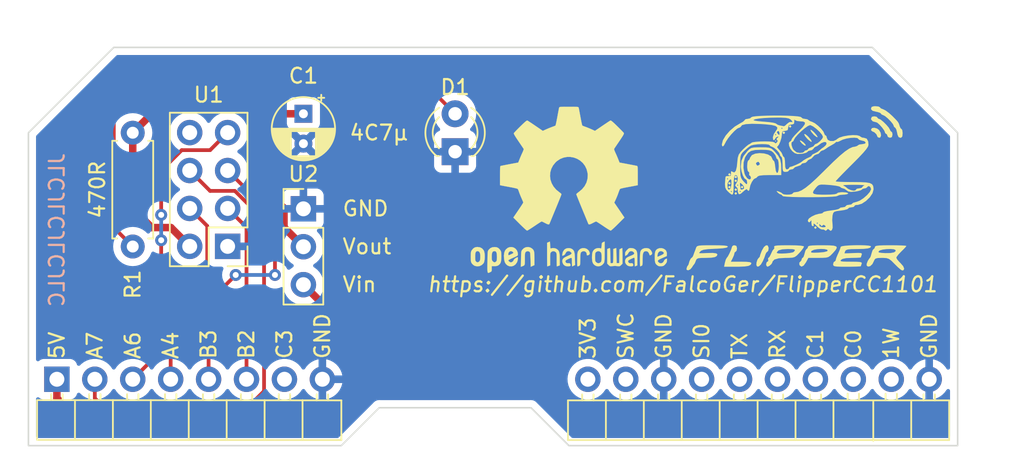
<source format=kicad_pcb>
(kicad_pcb (version 20211014) (generator pcbnew)
  (layers (0 "F.Cu" signal) (31 "B.Cu" signal) (34 "B.Paste" user) (35 "F.Paste" user) (36 "B.SilkS" user "B.Silkscreen") (37 "F.SilkS" user "F.Silkscreen") (38 "B.Mask" user) (39 "F.Mask" user) (44 "Edge.Cuts" user))
  (net 0 "")
  (net 1 "Net-(D1-Pad2)")
  (net 2 "/5V")
  (net 12 "/MOSI")
  (net 13 "/MISO")
  (net 14 "/CSN")
  (net 15 "/GDO0")
  (net 16 "/GND")
  (net 17 "/3V3")
  (net 18 "/SCK")
  (footprint "Symbol:OSHW-Logo2_14.6x12mm_SilkScreen" (layer "F.Cu") (at 130.81 88.9)
    (fp_text reference "REF**" hide)
    (fp_text value "OSHW-Logo2_14.6x12mm_SilkScreen" hide)
  )
  (footprint "Flipper:FlipperGPIO" (layer "F.Cu") (at 114.3 101.6)
    (fp_text reference "J1")
    (fp_text value "FlipperGPIO")
    (fp_text user "C1" (at 33.02 -1.27 90 unlocked) (layer "F.SilkS") (effects (justify left)))
    (fp_text user "C0" (at 35.56 -1.27 90 unlocked) (layer "F.SilkS") (effects (justify left)))
    (fp_text user "GND" (at 40.64 -1.27 90 unlocked) (layer "F.SilkS") (effects (justify left)))
    (fp_text user "A4" (at -10.16 -1.27 90 unlocked) (layer "F.SilkS") (effects (justify left)))
    (fp_text user "SI0" (at 25.4 -1.27 90 unlocked) (layer "F.SilkS") (effects (justify left)))
    (fp_text user "3V3" (at 17.78 -1.27 90 unlocked) (layer "F.SilkS") (effects (justify left)))
    (fp_text user "B2" (at -5.08 -1.27 90 unlocked) (layer "F.SilkS") (effects (justify left)))
    (fp_text user "SWC" (at 20.32 -1.27 90 unlocked) (layer "F.SilkS") (effects (justify left)))
    (fp_text user "A7" (at -15.24 -1.27 90 unlocked) (layer "F.SilkS") (effects (justify left)))
    (fp_text user "GND" (at 0 -1.27 90 unlocked) (layer "F.SilkS") (effects (justify left)))
    (fp_text user "TX" (at 27.94 -1.27 90 unlocked) (layer "F.SilkS") (effects (justify left)))
    (fp_text user "C3" (at -2.54 -1.27 90 unlocked) (layer "F.SilkS") (effects (justify left)))
    (fp_text user "RX" (at 30.48 -1.27 90 unlocked) (layer "F.SilkS") (effects (justify left)))
    (fp_text user "GND" (at 22.86 -1.27 90 unlocked) (layer "F.SilkS") (effects (justify left)))
    (fp_text user "A6" (at -12.7 -1.27 90 unlocked) (layer "F.SilkS") (effects (justify left)))
    (fp_text user "5V" (at -17.78 -1.27 90 unlocked) (layer "F.SilkS") (effects (justify left)))
    (fp_text user "B3" (at -7.62 -1.27 90 unlocked) (layer "F.SilkS") (effects (justify left)))
    (fp_text user "1W" (at 38.1 -1.27 90 unlocked) (layer "F.SilkS") (effects (justify left)))
    (pad "1" thru_hole rect (at -17.78 0 90) (size 1.7 1.7) (drill 1) (layers *.Cu *.Mask) (net 2 "/5V"))
    (pad "2" thru_hole oval (at -15.24 0 90) (size 1.7 1.7) (drill 1) (layers *.Cu *.Mask) (net 12 "/MOSI"))
    (pad "3" thru_hole oval (at -12.7 0 90) (size 1.7 1.7) (drill 1) (layers *.Cu *.Mask) (net 13 "/MISO"))
    (pad "4" thru_hole oval (at -10.16 0 90) (size 1.7 1.7) (drill 1) (layers *.Cu *.Mask) (net 14 "/CSN"))
    (pad "5" thru_hole oval (at -7.62 0 90) (size 1.7 1.7) (drill 1) (layers *.Cu *.Mask) (net 18 "/SCK"))
    (pad "6" thru_hole oval (at -5.08 0 90) (size 1.7 1.7) (drill 1) (layers *.Cu *.Mask) (net 15 "/GDO0"))
    (pad "7" thru_hole oval (at -2.54 0 90) (size 1.7 1.7) (drill 1) (layers *.Cu *.Mask))
    (pad "8" thru_hole oval (at 0 0 90) (size 1.7 1.7) (drill 1) (layers *.Cu *.Mask) (net 16 "/GND"))
    (pad "9" thru_hole circle (at 17.78 0 90) (size 1.7 1.7) (drill 1) (layers *.Cu *.Mask))
    (pad "10" thru_hole oval (at 20.32 0 90) (size 1.7 1.7) (drill 1) (layers *.Cu *.Mask))
    (pad "11" thru_hole oval (at 22.86 0 90) (size 1.7 1.7) (drill 1) (layers *.Cu *.Mask) (net 16 "/GND"))
    (pad "12" thru_hole oval (at 25.4 0 90) (size 1.7 1.7) (drill 1) (layers *.Cu *.Mask))
    (pad "13" thru_hole oval (at 27.94 0 90) (size 1.7 1.7) (drill 1) (layers *.Cu *.Mask))
    (pad "14" thru_hole oval (at 30.48 0 90) (size 1.7 1.7) (drill 1) (layers *.Cu *.Mask))
    (pad "15" thru_hole oval (at 33.02 0 90) (size 1.7 1.7) (drill 1) (layers *.Cu *.Mask))
    (pad "16" thru_hole oval (at 35.56 0 90) (size 1.7 1.7) (drill 1) (layers *.Cu *.Mask))
    (pad "17" thru_hole oval (at 38.1 0 90) (size 1.7 1.7) (drill 1) (layers *.Cu *.Mask))
    (pad "18" thru_hole oval (at 40.64 0 90) (size 1.7 1.7) (drill 1) (layers *.Cu *.Mask) (net 16 "/GND"))
  )
  (footprint "Connector_PinHeader_2.54mm:PinHeader_1x03_P2.54mm_Vertical" (layer "F.Cu") (at 113.03 90.185)
    (fp_text reference "U2" (at 0 -2.33) (layer "F.SilkS"))
    (fp_text value "AMS1117-3.3")
    (pad "1" thru_hole rect (at 0 0) (size 1.7 1.7) (drill 1) (layers *.Cu *.Mask) (net 16 "/GND"))
    (pad "2" thru_hole oval (at 0 2.54) (size 1.7 1.7) (drill 1) (layers *.Cu *.Mask) (net 17 "/3V3"))
    (pad "3" thru_hole oval (at 0 5.08) (size 1.7 1.7) (drill 1) (layers *.Cu *.Mask) (net 2 "/5V"))
  )
  (footprint "Capacitor_THT:CP_Radial_D4.0mm_P2.00mm" (layer "F.Cu") (at 113.03 83.82 -90)
    (fp_text reference "C1" (at -2.54 0 180) (layer "F.SilkS"))
    (fp_text value "4C7µ" (at 1.27 -5.08) (layer "F.SilkS"))
    (pad "1" thru_hole rect (at 0 0 270) (size 1.2 1.2) (drill 0.6) (layers *.Cu *.Mask) (net 17 "/3V3"))
    (pad "2" thru_hole circle (at 2 0 270) (size 1.2 1.2) (drill 0.6) (layers *.Cu *.Mask) (net 16 "/GND"))
  )
  (footprint "Resistor_THT:R_Axial_DIN0207_L6.3mm_D2.5mm_P7.62mm_Horizontal" (layer "F.Cu") (at 101.6 85.09 -90)
    (fp_text reference "R1" (at 10.16 0 90) (layer "F.SilkS"))
    (fp_text value "470R" (at 3.81 2.37 90) (layer "F.SilkS"))
    (pad "1" thru_hole circle (at 0 0 270) (size 1.6 1.6) (drill 0.8) (layers *.Cu *.Mask) (net 17 "/3V3"))
    (pad "2" thru_hole oval (at 7.62 0 270) (size 1.6 1.6) (drill 0.8) (layers *.Cu *.Mask) (net 1 "Net-(D1-Pad2)"))
  )
  (footprint "LED_THT:LED_D3.0mm" (layer "F.Cu") (at 123.19 86.36 90)
    (fp_text reference "D1" (at 4.318 0 180) (layer "F.SilkS"))
    (fp_text value "LED")
    (pad "1" thru_hole rect (at 0 0 90) (size 1.8 1.8) (drill 0.9) (layers *.Cu *.Mask) (net 16 "/GND"))
    (pad "2" thru_hole circle (at 2.54 0 90) (size 1.8 1.8) (drill 0.9) (layers *.Cu *.Mask) (net 1 "Net-(D1-Pad2)"))
  )
  (footprint "Connector_PinHeader_2.54mm:PinHeader_2x04_P2.54mm_Vertical" (layer "F.Cu") (at 107.955 92.7 180)
    (fp_text reference "U1" (at 1.27 10.15) (layer "F.SilkS"))
    (fp_text value "CC1101_Connector")
    (pad "1" thru_hole rect (at 0 0 180) (size 1.7 1.7) (drill 1) (layers *.Cu *.Mask) (net 16 "/GND"))
    (pad "2" thru_hole oval (at 2.54 0 180) (size 1.7 1.7) (drill 1) (layers *.Cu *.Mask) (net 17 "/3V3"))
    (pad "3" thru_hole oval (at 0 2.54 180) (size 1.7 1.7) (drill 1) (layers *.Cu *.Mask) (net 15 "/GDO0"))
    (pad "4" thru_hole oval (at 2.54 2.54 180) (size 1.7 1.7) (drill 1) (layers *.Cu *.Mask) (net 14 "/CSN"))
    (pad "5" thru_hole oval (at 0 5.08 180) (size 1.7 1.7) (drill 1) (layers *.Cu *.Mask) (net 18 "/SCK"))
    (pad "6" thru_hole oval (at 2.54 5.08 180) (size 1.7 1.7) (drill 1) (layers *.Cu *.Mask) (net 12 "/MOSI"))
    (pad "7" thru_hole oval (at 0 7.62 180) (size 1.7 1.7) (drill 1) (layers *.Cu *.Mask) (net 13 "/MISO"))
    (pad "8" thru_hole oval (at 2.54 7.62 180) (size 1.7 1.7) (drill 1) (layers *.Cu *.Mask))
  )
  (footprint "Flipper:FlipperLogo" (layer "F.Cu") (at 146.05 81.195178)
    (fp_text reference "REF**")
    (fp_text value "FlipperLogo")
  )
  (gr_poly (pts (xy 156.845 85.09) (xy 156.845 106.045) (xy 130.81 106.045) (xy 128.27 103.505) (xy 118.11 103.505) (xy 115.57 106.045) (xy 94.615 106.045) (xy 94.615 85.09) (xy 100.33 79.375) (xy 151.13 79.375)) (layer "Edge.Cuts") (width 0.1) (fill none))
  (gr_text "JLCJLCJLCJLC" (at 96.52 86.36 90) (layer "B.SilkS") (effects (font (size 1 1)) (justify left mirror)))
  (gr_text "GND" (at 115.57 90.17) (layer "F.SilkS") (effects (font (size 1 1)) (justify left)))
  (gr_text "Vout" (at 115.57 92.71) (layer "F.SilkS") (effects (font (size 1 1)) (justify left)))
  (gr_text "https://github.com/FalcoGer/FlipperCC1101" (at 138.43 95.25) (layer "F.SilkS") (effects (font (size 1 1) (thickness 0.15) italic)))
  (gr_text "Vin" (at 115.57 95.25) (layer "F.SilkS") (effects (font (size 1 1)) (justify left)))
  (segment (start 121.345481 81.975481) (end 102.174519 81.975481) (width 0.25) (layer "F.Cu") (net 1))
  (segment (start 100.33 83.82) (end 100.33 91.44) (width 0.25) (layer "F.Cu") (net 1))
  (segment (start 102.174519 81.975481) (end 100.33 83.82) (width 0.25) (layer "F.Cu") (net 1))
  (segment (start 123.19 83.82) (end 121.345481 81.975481) (width 0.25) (layer "F.Cu") (net 1))
  (segment (start 100.33 91.44) (end 101.6 92.71) (width 0.25) (layer "F.Cu") (net 1))
  (segment (start 97.79 104.14) (end 115.57 104.14) (width 0.5) (layer "F.Cu") (net 2))
  (segment (start 96.52 101.6) (end 96.52 102.87) (width 0.5) (layer "F.Cu") (net 2))
  (segment (start 116.205 103.505) (end 116.205 98.425) (width 0.5) (layer "F.Cu") (net 2))
  (segment (start 96.52 102.87) (end 97.79 104.14) (width 0.5) (layer "F.Cu") (net 2))
  (segment (start 115.57 104.14) (end 116.205 103.505) (width 0.5) (layer "F.Cu") (net 2))
  (segment (start 116.19 98.425) (end 116.205 98.425) (width 0.5) (layer "F.Cu") (net 2))
  (segment (start 113.03 95.265) (end 116.19 98.425) (width 0.5) (layer "F.Cu") (net 2))
  (segment (start 99.06 102.87) (end 99.06 101.6) (width 0.25) (layer "F.Cu") (net 12))
  (segment (start 110.394511 90.938501) (end 110.394511 102.390969) (width 0.25) (layer "F.Cu") (net 12))
  (segment (start 108.441499 88.985489) (end 110.394511 90.938501) (width 0.25) (layer "F.Cu") (net 12))
  (segment (start 99.75548 103.56548) (end 99.06 102.87) (width 0.25) (layer "F.Cu") (net 12))
  (segment (start 105.415 87.62) (end 106.780489 88.985489) (width 0.25) (layer "F.Cu") (net 12))
  (segment (start 106.780489 88.985489) (end 108.441499 88.985489) (width 0.25) (layer "F.Cu") (net 12))
  (segment (start 110.394511 102.390969) (end 109.22 103.56548) (width 0.25) (layer "F.Cu") (net 12))
  (segment (start 109.22 103.56548) (end 99.75548 103.56548) (width 0.25) (layer "F.Cu") (net 12))
  (segment (start 103.505 99.695) (end 101.6 101.6) (width 0.25) (layer "F.Cu") (net 13))
  (segment (start 107.955 85.08) (end 106.780489 86.254511) (width 0.25) (layer "F.Cu") (net 13))
  (segment (start 106.780489 86.254511) (end 104.880489 86.254511) (width 0.25) (layer "F.Cu") (net 13))
  (segment (start 103.505 92.2895) (end 103.505 99.695) (width 0.25) (layer "F.Cu") (net 13))
  (segment (start 103.505 87.63) (end 103.505 90.5905) (width 0.25) (layer "F.Cu") (net 13))
  (segment (start 104.880489 86.254511) (end 103.505 87.63) (width 0.25) (layer "F.Cu") (net 13))
  (via (at 103.505 90.5905) (size 0.8) (drill 0.4) (layers "F.Cu" "B.Cu") (net 13))
  (via (at 103.505 92.2895) (size 0.8) (drill 0.4) (layers "F.Cu" "B.Cu") (net 13))
  (segment (start 103.505 90.5905) (end 103.505 92.2895) (width 0.25) (layer "B.Cu") (net 13))
  (segment (start 104.14 96.52) (end 104.14 101.6) (width 0.25) (layer "F.Cu") (net 14))
  (segment (start 105.415 90.16) (end 106.589511 91.334511) (width 0.25) (layer "F.Cu") (net 14))
  (segment (start 106.589511 91.334511) (end 106.589511 94.070489) (width 0.25) (layer "F.Cu") (net 14))
  (segment (start 106.589511 94.070489) (end 104.14 96.52) (width 0.25) (layer "F.Cu") (net 14))
  (segment (start 109.22 91.425) (end 109.22 101.6) (width 0.25) (layer "F.Cu") (net 15))
  (segment (start 107.955 90.16) (end 109.22 91.425) (width 0.25) (layer "F.Cu") (net 15))
  (segment (start 110.49 85.09) (end 110.49 86.36) (width 0.5) (layer "F.Cu") (net 17))
  (segment (start 107.95 82.55) (end 110.49 85.09) (width 0.5) (layer "F.Cu") (net 17))
  (segment (start 111.730489 91.425489) (end 111.730489 90.140489) (width 0.5) (layer "F.Cu") (net 17))
  (segment (start 104.155 91.44) (end 102.87 91.44) (width 0.5) (layer "F.Cu") (net 17))
  (segment (start 105.415 92.7) (end 104.155 91.44) (width 0.5) (layer "F.Cu") (net 17))
  (segment (start 101.6 85.09) (end 104.14 82.55) (width 0.5) (layer "F.Cu") (net 17))
  (segment (start 111.76 83.82) (end 113.03 83.82) (width 0.5) (layer "F.Cu") (net 17))
  (segment (start 102.87 91.44) (end 101.6 90.17) (width 0.5) (layer "F.Cu") (net 17))
  (segment (start 110.49 88.9) (end 110.49 86.36) (width 0.5) (layer "F.Cu") (net 17))
  (segment (start 110.49 85.09) (end 111.76 83.82) (width 0.5) (layer "F.Cu") (net 17))
  (segment (start 101.6 90.17) (end 101.6 85.09) (width 0.5) (layer "F.Cu") (net 17))
  (segment (start 113.03 92.725) (end 111.730489 91.425489) (width 0.5) (layer "F.Cu") (net 17))
  (segment (start 111.730489 90.140489) (end 110.49 88.9) (width 0.5) (layer "F.Cu") (net 17))
  (segment (start 104.14 82.55) (end 107.95 82.55) (width 0.5) (layer "F.Cu") (net 17))
  (segment (start 106.68 96.4305) (end 106.68 101.6) (width 0.25) (layer "F.Cu") (net 18))
  (segment (start 111.125 90.79) (end 111.125 94.615) (width 0.25) (layer "F.Cu") (net 18))
  (segment (start 108.4955 94.615) (end 106.68 96.4305) (width 0.25) (layer "F.Cu") (net 18))
  (segment (start 110.844031 90.509031) (end 111.125 90.79) (width 0.25) (layer "F.Cu") (net 18))
  (segment (start 107.955 87.62) (end 110.844031 90.509031) (width 0.25) (layer "F.Cu") (net 18))
  (via (at 108.4955 94.615) (size 0.8) (drill 0.4) (layers "F.Cu" "B.Cu") (net 18))
  (via (at 111.125 94.615) (size 0.8) (drill 0.4) (layers "F.Cu" "B.Cu") (net 18))
  (segment (start 111.125 94.615) (end 108.4955 94.615) (width 0.25) (layer "B.Cu") (net 18))
  (zone (net 16) (net_name "/GND") (layer "B.Cu") (connect_pads (clearance 0.508)) (min_thickness 0.254) (fill yes (thermal_gap 0.508) (thermal_bridge_width 0.508))
    (polygon (pts (xy 161.29 107.95) (xy 92.71 107.95) (xy 92.71 76.2) (xy 161.29 76.2)))
  )
)
</source>
